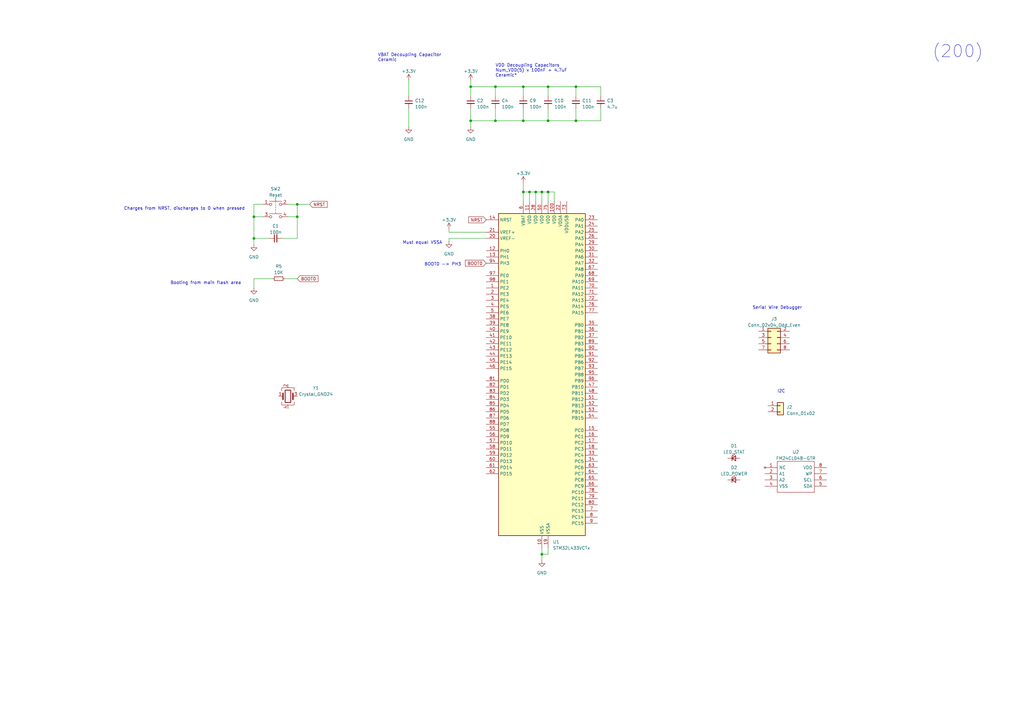
<source format=kicad_sch>
(kicad_sch (version 20230121) (generator eeschema)
  (paper "A3")
  (title_block (title "Microcontroller"))
  (lib_symbols
    (symbol "Connector_Generic:Conn_01x02" (pin_names (offset 1.016) hide)
      (property "Reference" "J" (at 0 2.54 0))
      (property "Value" "Conn_01x02" (at 0 -5.08 0))
      (symbol "Conn_01x02_1_1"
        (rectangle (start -1.27 -2.413) (end 0 -2.667) (stroke (width 0.1524)))
        (rectangle (start -1.27 0.127) (end 0 -0.127) (stroke (width 0.1524)))
        (rectangle (start -1.27 1.27) (end 1.27 -3.81) (stroke (width 0.254)) (fill (type background)))
        (pin passive line (at -5.08 0 0) (length 3.81) (name "Pin_1") (number "1"))
        (pin passive line (at -5.08 -2.54 0) (length 3.81) (name "Pin_2") (number "2"))
      )
    )
    (symbol "Connector_Generic:Conn_02x04_Odd_Even" (pin_names (offset 1.016) hide)
      (property "Reference" "J" (at 1.27 5.08 0))
      (property "Value" "Conn_02x04_Odd_Even" (at 1.27 -7.62 0))
      (symbol "Conn_02x04_Odd_Even_1_1"
        (rectangle (start -1.27 -4.953) (end 0 -5.207) (stroke (width 0.1524)))
        (rectangle (start -1.27 -2.413) (end 0 -2.667) (stroke (width 0.1524)))
        (rectangle (start -1.27 0.127) (end 0 -0.127) (stroke (width 0.1524)))
        (rectangle (start -1.27 2.667) (end 0 2.413) (stroke (width 0.1524)))
        (rectangle (start -1.27 3.81) (end 3.81 -6.35) (stroke (width 0.254)) (fill (type background)))
        (rectangle (start 3.81 -4.953) (end 2.54 -5.207) (stroke (width 0.1524)))
        (rectangle (start 3.81 -2.413) (end 2.54 -2.667) (stroke (width 0.1524)))
        (rectangle (start 3.81 0.127) (end 2.54 -0.127) (stroke (width 0.1524)))
        (rectangle (start 3.81 2.667) (end 2.54 2.413) (stroke (width 0.1524)))
        (pin passive line (at -5.08 2.54 0) (length 3.81) (name "Pin_1") (number "1"))
        (pin passive line (at 7.62 2.54 180) (length 3.81) (name "Pin_2") (number "2"))
        (pin passive line (at -5.08 0 0) (length 3.81) (name "Pin_3") (number "3"))
        (pin passive line (at 7.62 0 180) (length 3.81) (name "Pin_4") (number "4"))
        (pin passive line (at -5.08 -2.54 0) (length 3.81) (name "Pin_5") (number "5"))
        (pin passive line (at 7.62 -2.54 180) (length 3.81) (name "Pin_6") (number "6"))
        (pin passive line (at -5.08 -5.08 0) (length 3.81) (name "Pin_7") (number "7"))
        (pin passive line (at 7.62 -5.08 180) (length 3.81) (name "Pin_8") (number "8"))
      )
    )
    (symbol "Device:C_Small" (pin_numbers hide) (pin_names (offset 0.254) hide)
      (property "Reference" "C" (at 0.254 1.778 0))
      (property "Value" "C_Small" (at 0.254 -2.032 0))
      (symbol "C_Small_0_1"
        (polyline (pts (xy -1.524 -0.508) (xy 1.524 -0.508)) (stroke (width 0.3302)))
        (polyline (pts (xy -1.524 0.508) (xy 1.524 0.508)) (stroke (width 0.3048)))
      )
      (symbol "C_Small_1_1"
        (pin passive line (at 0 2.54 270) (length 2.032) (name "~") (number "1"))
        (pin passive line (at 0 -2.54 90) (length 2.032) (name "~") (number "2"))
      )
    )
    (symbol "Device:Crystal_GND24" (pin_names (offset 1.016) hide)
      (property "Reference" "Y" (at 3.175 5.08 0))
      (property "Value" "Crystal_GND24" (at 3.175 3.175 0))
      (symbol "Crystal_GND24_0_1"
        (rectangle (start -1.143 2.54) (end 1.143 -2.54) (stroke (width 0.3048)))
        (polyline (pts (xy -2.54 0) (xy -2.032 0)))
        (polyline (pts (xy -2.032 -1.27) (xy -2.032 1.27)) (stroke (width 0.508)))
        (polyline (pts (xy 0 -3.81) (xy 0 -3.556)))
        (polyline (pts (xy 0 3.556) (xy 0 3.81)))
        (polyline (pts (xy 2.032 -1.27) (xy 2.032 1.27)) (stroke (width 0.508)))
        (polyline (pts (xy 2.032 0) (xy 2.54 0)))
        (polyline (pts (xy -2.54 -2.286) (xy -2.54 -3.556) (xy 2.54 -3.556) (xy 2.54 -2.286)))
        (polyline (pts (xy -2.54 2.286) (xy -2.54 3.556) (xy 2.54 3.556) (xy 2.54 2.286)))
      )
      (symbol "Crystal_GND24_1_1"
        (pin passive line (at -3.81 0 0) (length 1.27) (name "1") (number "1"))
        (pin passive line (at 0 5.08 270) (length 1.27) (name "2") (number "2"))
        (pin passive line (at 3.81 0 180) (length 1.27) (name "3") (number "3"))
        (pin passive line (at 0 -5.08 90) (length 1.27) (name "4") (number "4"))
      )
    )
    (symbol "Device:LED_Small" (pin_numbers hide) (pin_names (offset 0.254) hide)
      (property "Reference" "D" (at -1.27 3.175 0))
      (property "Value" "LED_Small" (at -4.445 -2.54 0))
      (symbol "LED_Small_0_1"
        (polyline (pts (xy -0.762 -1.016) (xy -0.762 1.016)) (stroke (width 0.254)))
        (polyline (pts (xy 1.016 0) (xy -0.762 0)))
        (polyline (pts (xy 0.762 -1.016) (xy -0.762 0) (xy 0.762 1.016) (xy 0.762 -1.016)) (stroke (width 0.254)))
        (polyline (pts (xy 0 0.762) (xy -0.508 1.27) (xy -0.254 1.27) (xy -0.508 1.27) (xy -0.508 1.016)))
        (polyline (pts (xy 0.508 1.27) (xy 0 1.778) (xy 0.254 1.778) (xy 0 1.778) (xy 0 1.524)))
      )
      (symbol "LED_Small_1_1"
        (pin passive line (at -2.54 0 0) (length 1.778) (name "K") (number "1"))
        (pin passive line (at 2.54 0 180) (length 1.778) (name "A") (number "2"))
      )
    )
    (symbol "Device:R_Small" (pin_numbers hide) (pin_names (offset 0.254) hide)
      (property "Reference" "R" (at 0.762 0.508 0))
      (property "Value" "R_Small" (at 0.762 -1.016 0))
      (symbol "R_Small_0_1"
        (rectangle (start -0.762 1.778) (end 0.762 -1.778) (stroke (width 0.2032)))
      )
      (symbol "R_Small_1_1"
        (pin passive line (at 0 2.54 270) (length 0.762) (name "~") (number "1"))
        (pin passive line (at 0 -2.54 90) (length 0.762) (name "~") (number "2"))
      )
    )
    (symbol "MCU_ST_STM32L4:STM32L433VCTx"
      (property "Reference" "U" (at -17.78 67.31 0))
      (property "Value" "STM32L433VCTx" (at 12.7 67.31 0))
      (symbol "STM32L433VCTx_0_1"
        (rectangle (start -17.78 -66.04) (end 17.78 66.04) (stroke (width 0.254)) (fill (type background)))
      )
      (symbol "STM32L433VCTx_1_1"
        (pin bidirectional line (at -22.86 35.56 0) (length 5.08) (name "PE2") (number "1"))
        (pin power_in line (at 0 -71.12 90) (length 5.08) (name "VSS") (number "10"))
        (pin power_in line (at 5.08 71.12 270) (length 5.08) (name "VDD") (number "100"))
        (pin power_in line (at -5.08 71.12 270) (length 5.08) (name "VDD") (number "11"))
        (pin bidirectional line (at -22.86 50.8 0) (length 5.08) (name "PH0") (number "12"))
        (pin bidirectional line (at -22.86 48.26 0) (length 5.08) (name "PH1") (number "13"))
        (pin input line (at -22.86 63.5 0) (length 5.08) (name "NRST") (number "14"))
        (pin bidirectional line (at 22.86 -22.86 180) (length 5.08) (name "PC0") (number "15"))
        (pin bidirectional line (at 22.86 -25.4 180) (length 5.08) (name "PC1") (number "16"))
        (pin bidirectional line (at 22.86 -27.94 180) (length 5.08) (name "PC2") (number "17"))
        (pin bidirectional line (at 22.86 -30.48 180) (length 5.08) (name "PC3") (number "18"))
        (pin power_in line (at 2.54 -71.12 90) (length 5.08) (name "VSSA") (number "19"))
        (pin bidirectional line (at -22.86 33.02 0) (length 5.08) (name "PE3") (number "2"))
        (pin input line (at -22.86 55.88 0) (length 5.08) (name "VREF-") (number "20"))
        (pin input line (at -22.86 58.42 0) (length 5.08) (name "VREF+") (number "21"))
        (pin power_in line (at 7.62 71.12 270) (length 5.08) (name "VDDA") (number "22"))
        (pin bidirectional line (at 22.86 63.5 180) (length 5.08) (name "PA0") (number "23"))
        (pin bidirectional line (at 22.86 60.96 180) (length 5.08) (name "PA1") (number "24"))
        (pin bidirectional line (at 22.86 58.42 180) (length 5.08) (name "PA2") (number "25"))
        (pin bidirectional line (at 22.86 55.88 180) (length 5.08) (name "PA3") (number "26"))
        (pin passive line (at 0 -71.12 90) (length 5.08) hide (name "VSS") (number "27"))
        (pin power_in line (at -2.54 71.12 270) (length 5.08) (name "VDD") (number "28"))
        (pin bidirectional line (at 22.86 53.34 180) (length 5.08) (name "PA4") (number "29"))
        (pin bidirectional line (at -22.86 30.48 0) (length 5.08) (name "PE4") (number "3"))
        (pin bidirectional line (at 22.86 50.8 180) (length 5.08) (name "PA5") (number "30"))
        (pin bidirectional line (at 22.86 48.26 180) (length 5.08) (name "PA6") (number "31"))
        (pin bidirectional line (at 22.86 45.72 180) (length 5.08) (name "PA7") (number "32"))
        (pin bidirectional line (at 22.86 -33.02 180) (length 5.08) (name "PC4") (number "33"))
        (pin bidirectional line (at 22.86 -35.56 180) (length 5.08) (name "PC5") (number "34"))
        (pin bidirectional line (at 22.86 20.32 180) (length 5.08) (name "PB0") (number "35"))
        (pin bidirectional line (at 22.86 17.78 180) (length 5.08) (name "PB1") (number "36"))
        (pin bidirectional line (at 22.86 15.24 180) (length 5.08) (name "PB2") (number "37"))
        (pin bidirectional line (at -22.86 22.86 0) (length 5.08) (name "PE7") (number "38"))
        (pin bidirectional line (at -22.86 20.32 0) (length 5.08) (name "PE8") (number "39"))
        (pin bidirectional line (at -22.86 27.94 0) (length 5.08) (name "PE5") (number "4"))
        (pin bidirectional line (at -22.86 17.78 0) (length 5.08) (name "PE9") (number "40"))
        (pin bidirectional line (at -22.86 15.24 0) (length 5.08) (name "PE10") (number "41"))
        (pin bidirectional line (at -22.86 12.7 0) (length 5.08) (name "PE11") (number "42"))
        (pin bidirectional line (at -22.86 10.16 0) (length 5.08) (name "PE12") (number "43"))
        (pin bidirectional line (at -22.86 7.62 0) (length 5.08) (name "PE13") (number "44"))
        (pin bidirectional line (at -22.86 5.08 0) (length 5.08) (name "PE14") (number "45"))
        (pin bidirectional line (at -22.86 2.54 0) (length 5.08) (name "PE15") (number "46"))
        (pin bidirectional line (at 22.86 -5.08 180) (length 5.08) (name "PB10") (number "47"))
        (pin bidirectional line (at 22.86 -7.62 180) (length 5.08) (name "PB11") (number "48"))
        (pin passive line (at 0 -71.12 90) (length 5.08) hide (name "VSS") (number "49"))
        (pin bidirectional line (at -22.86 25.4 0) (length 5.08) (name "PE6") (number "5"))
        (pin power_in line (at 0 71.12 270) (length 5.08) (name "VDD") (number "50"))
        (pin bidirectional line (at 22.86 -10.16 180) (length 5.08) (name "PB12") (number "51"))
        (pin bidirectional line (at 22.86 -12.7 180) (length 5.08) (name "PB13") (number "52"))
        (pin bidirectional line (at 22.86 -15.24 180) (length 5.08) (name "PB14") (number "53"))
        (pin bidirectional line (at 22.86 -17.78 180) (length 5.08) (name "PB15") (number "54"))
        (pin bidirectional line (at -22.86 -22.86 0) (length 5.08) (name "PD8") (number "55"))
        (pin bidirectional line (at -22.86 -25.4 0) (length 5.08) (name "PD9") (number "56"))
        (pin bidirectional line (at -22.86 -27.94 0) (length 5.08) (name "PD10") (number "57"))
        (pin bidirectional line (at -22.86 -30.48 0) (length 5.08) (name "PD11") (number "58"))
        (pin bidirectional line (at -22.86 -33.02 0) (length 5.08) (name "PD12") (number "59"))
        (pin power_in line (at -7.62 71.12 270) (length 5.08) (name "VBAT") (number "6"))
        (pin bidirectional line (at -22.86 -35.56 0) (length 5.08) (name "PD13") (number "60"))
        (pin bidirectional line (at -22.86 -38.1 0) (length 5.08) (name "PD14") (number "61"))
        (pin bidirectional line (at -22.86 -40.64 0) (length 5.08) (name "PD15") (number "62"))
        (pin bidirectional line (at 22.86 -38.1 180) (length 5.08) (name "PC6") (number "63"))
        (pin bidirectional line (at 22.86 -40.64 180) (length 5.08) (name "PC7") (number "64"))
        (pin bidirectional line (at 22.86 -43.18 180) (length 5.08) (name "PC8") (number "65"))
        (pin bidirectional line (at 22.86 -45.72 180) (length 5.08) (name "PC9") (number "66"))
        (pin bidirectional line (at 22.86 43.18 180) (length 5.08) (name "PA8") (number "67"))
        (pin bidirectional line (at 22.86 40.64 180) (length 5.08) (name "PA9") (number "68"))
        (pin bidirectional line (at 22.86 38.1 180) (length 5.08) (name "PA10") (number "69"))
        (pin bidirectional line (at 22.86 -55.88 180) (length 5.08) (name "PC13") (number "7"))
        (pin bidirectional line (at 22.86 35.56 180) (length 5.08) (name "PA11") (number "70"))
        (pin bidirectional line (at 22.86 33.02 180) (length 5.08) (name "PA12") (number "71"))
        (pin bidirectional line (at 22.86 30.48 180) (length 5.08) (name "PA13") (number "72"))
        (pin power_in line (at 10.16 71.12 270) (length 5.08) (name "VDDUSB") (number "73"))
        (pin passive line (at 0 -71.12 90) (length 5.08) hide (name "VSS") (number "74"))
        (pin power_in line (at 2.54 71.12 270) (length 5.08) (name "VDD") (number "75"))
        (pin bidirectional line (at 22.86 27.94 180) (length 5.08) (name "PA14") (number "76"))
        (pin bidirectional line (at 22.86 25.4 180) (length 5.08) (name "PA15") (number "77"))
        (pin bidirectional line (at 22.86 -48.26 180) (length 5.08) (name "PC10") (number "78"))
        (pin bidirectional line (at 22.86 -50.8 180) (length 5.08) (name "PC11") (number "79"))
        (pin bidirectional line (at 22.86 -58.42 180) (length 5.08) (name "PC14") (number "8"))
        (pin bidirectional line (at 22.86 -53.34 180) (length 5.08) (name "PC12") (number "80"))
        (pin bidirectional line (at -22.86 -2.54 0) (length 5.08) (name "PD0") (number "81"))
        (pin bidirectional line (at -22.86 -5.08 0) (length 5.08) (name "PD1") (number "82"))
        (pin bidirectional line (at -22.86 -7.62 0) (length 5.08) (name "PD2") (number "83"))
        (pin bidirectional line (at -22.86 -10.16 0) (length 5.08) (name "PD3") (number "84"))
        (pin bidirectional line (at -22.86 -12.7 0) (length 5.08) (name "PD4") (number "85"))
        (pin bidirectional line (at -22.86 -15.24 0) (length 5.08) (name "PD5") (number "86"))
        (pin bidirectional line (at -22.86 -17.78 0) (length 5.08) (name "PD6") (number "87"))
        (pin bidirectional line (at -22.86 -20.32 0) (length 5.08) (name "PD7") (number "88"))
        (pin bidirectional line (at 22.86 12.7 180) (length 5.08) (name "PB3") (number "89"))
        (pin bidirectional line (at 22.86 -60.96 180) (length 5.08) (name "PC15") (number "9"))
        (pin bidirectional line (at 22.86 10.16 180) (length 5.08) (name "PB4") (number "90"))
        (pin bidirectional line (at 22.86 7.62 180) (length 5.08) (name "PB5") (number "91"))
        (pin bidirectional line (at 22.86 5.08 180) (length 5.08) (name "PB6") (number "92"))
        (pin bidirectional line (at 22.86 2.54 180) (length 5.08) (name "PB7") (number "93"))
        (pin bidirectional line (at -22.86 45.72 0) (length 5.08) (name "PH3") (number "94"))
        (pin bidirectional line (at 22.86 0 180) (length 5.08) (name "PB8") (number "95"))
        (pin bidirectional line (at 22.86 -2.54 180) (length 5.08) (name "PB9") (number "96"))
        (pin bidirectional line (at -22.86 40.64 0) (length 5.08) (name "PE0") (number "97"))
        (pin bidirectional line (at -22.86 38.1 0) (length 5.08) (name "PE1") (number "98"))
        (pin passive line (at 0 -71.12 90) (length 5.08) hide (name "VSS") (number "99"))
      )
    )
    (symbol "SamacSys_Parts:FM24CL04B-GTR" (pin_names (offset 0.762))
      (property "Reference" "U" (at 21.59 7.62 0))
      (property "Value" "FM24CL04B-GTR" (at 21.59 5.08 0))
      (symbol "FM24CL04B-GTR_0_0"
        (pin no_connect line (at 0 0 0) (length 5.08) (name "NC") (number "1"))
        (pin passive line (at 0 -2.54 0) (length 5.08) (name "A1") (number "2"))
        (pin passive line (at 0 -5.08 0) (length 5.08) (name "A2") (number "3"))
        (pin passive line (at 0 -7.62 0) (length 5.08) (name "VSS") (number "4"))
        (pin passive line (at 25.4 -7.62 180) (length 5.08) (name "SDA") (number "5"))
        (pin passive line (at 25.4 -5.08 180) (length 5.08) (name "SCL") (number "6"))
        (pin passive line (at 25.4 -2.54 180) (length 5.08) (name "WP") (number "7"))
        (pin passive line (at 25.4 0 180) (length 5.08) (name "VDD") (number "8"))
      )
      (symbol "FM24CL04B-GTR_0_1"
        (polyline (pts (xy 5.08 2.54) (xy 20.32 2.54) (xy 20.32 -10.16) (xy 5.08 -10.16) (xy 5.08 2.54)) (stroke (width 0.1524)))
      )
    )
    (symbol "Switch:SW_Push_Dual" (pin_names (offset 1.016) hide)
      (property "Reference" "SW" (at 1.27 2.54 0))
      (property "Value" "SW_Push_Dual" (at 0 -6.858 0))
      (symbol "SW_Push_Dual_0_1"
        (circle (center -2.032 -5.08) (radius 0.508))
        (circle (center -2.032 0) (radius 0.508))
        (polyline (pts (xy 0 -3.048) (xy 0 -3.556)))
        (polyline (pts (xy 0 -2.032) (xy 0 -2.54)))
        (polyline (pts (xy 0 -1.524) (xy 0 -1.016)))
        (polyline (pts (xy 0 -0.508) (xy 0 0)))
        (polyline (pts (xy 0 0.508) (xy 0 1.016)))
        (polyline (pts (xy 0 1.27) (xy 0 3.048)))
        (polyline (pts (xy 2.54 -3.81) (xy -2.54 -3.81)))
        (polyline (pts (xy 2.54 1.27) (xy -2.54 1.27)))
        (circle (center 2.032 -5.08) (radius 0.508))
        (circle (center 2.032 0) (radius 0.508))
        (pin passive line (at -5.08 0 0) (length 2.54) (name "1") (number "1"))
        (pin passive line (at 5.08 0 180) (length 2.54) (name "2") (number "2"))
        (pin passive line (at -5.08 -5.08 0) (length 2.54) (name "3") (number "3"))
        (pin passive line (at 5.08 -5.08 180) (length 2.54) (name "4") (number "4"))
      )
    )
    (symbol "power:+3.3V" (power) (pin_names (offset 0))
      (property "Value" "+3.3V" (at 0 3.556 0))
      (symbol "+3.3V_0_1"
        (polyline (pts (xy -0.762 1.27) (xy 0 2.54)))
        (polyline (pts (xy 0 0) (xy 0 2.54)))
        (polyline (pts (xy 0 2.54) (xy 0.762 1.27)))
      )
      (symbol "+3.3V_1_1"
        (pin power_in line (at 0 0 90) (length 0) hide (name "+3.3V") (number "1"))
      )
    )
    (symbol "power:GND" (power) (pin_names (offset 0))
      (property "Value" "GND" (at 0 -3.81 0))
      (symbol "GND_0_1"
        (polyline (pts (xy 0 0) (xy 0 -1.27) (xy 1.27 -1.27) (xy 0 -2.54) (xy -1.27 -1.27) (xy 0 -1.27)))
      )
      (symbol "GND_1_1"
        (pin power_in line (at 0 0 270) (length 0) hide (name "GND") (number "1"))
      )
    )
  )
  (junction (at 236.22 49.53))
  (junction (at 222.25 227.33))
  (junction (at 236.22 35.56))
  (junction (at 224.79 49.53))
  (junction (at 219.71 78.74))
  (junction (at 193.04 49.53))
  (junction (at 203.2 35.56))
  (junction (at 214.63 78.74))
  (junction (at 214.63 49.53))
  (junction (at 217.17 78.74))
  (junction (at 193.04 35.56))
  (junction (at 121.92 83.82))
  (junction (at 203.2 49.53))
  (junction (at 104.14 97.79))
  (junction (at 121.92 88.9))
  (junction (at 104.14 88.9))
  (junction (at 224.79 35.56))
  (junction (at 224.79 78.74))
  (junction (at 222.25 78.74))
  (junction (at 214.63 35.56))
  (wire (pts (xy 222.25 78.74) (xy 219.71 78.74)))
  (wire (pts (xy 224.79 49.53) (xy 214.63 49.53)))
  (wire (pts (xy 104.14 114.3) (xy 111.76 114.3)))
  (wire (pts (xy 121.92 114.3) (xy 116.84 114.3)))
  (wire (pts (xy 246.38 49.53) (xy 236.22 49.53)))
  (wire (pts (xy 219.71 78.74) (xy 217.17 78.74)))
  (wire (pts (xy 224.79 39.37) (xy 224.79 35.56)))
  (wire (pts (xy 214.63 39.37) (xy 214.63 35.56)))
  (wire (pts (xy 227.33 82.55) (xy 227.33 78.74)))
  (wire (pts (xy 121.92 83.82) (xy 121.92 88.9)))
  (wire (pts (xy 104.14 88.9) (xy 104.14 83.82)))
  (wire (pts (xy 224.79 44.45) (xy 224.79 49.53)))
  (wire (pts (xy 184.15 97.79) (xy 184.15 99.06)))
  (wire (pts (xy 104.14 118.11) (xy 104.14 114.3)))
  (wire (pts (xy 203.2 49.53) (xy 193.04 49.53)))
  (wire (pts (xy 121.92 88.9) (xy 118.11 88.9)))
  (wire (pts (xy 214.63 44.45) (xy 214.63 49.53)))
  (wire (pts (xy 222.25 227.33) (xy 222.25 224.79)))
  (wire (pts (xy 184.15 95.25) (xy 199.39 95.25)))
  (wire (pts (xy 224.79 35.56) (xy 214.63 35.56)))
  (wire (pts (xy 222.25 82.55) (xy 222.25 78.74)))
  (wire (pts (xy 193.04 35.56) (xy 193.04 33.02)))
  (wire (pts (xy 222.25 229.87) (xy 222.25 227.33)))
  (wire (pts (xy 236.22 44.45) (xy 236.22 49.53)))
  (wire (pts (xy 167.64 33.02) (xy 167.64 39.37)))
  (wire (pts (xy 214.63 49.53) (xy 203.2 49.53)))
  (wire (pts (xy 115.57 97.79) (xy 121.92 97.79)))
  (wire (pts (xy 214.63 78.74) (xy 217.17 78.74)))
  (wire (pts (xy 203.2 35.56) (xy 193.04 35.56)))
  (wire (pts (xy 224.79 227.33) (xy 222.25 227.33)))
  (wire (pts (xy 167.64 44.45) (xy 167.64 52.07)))
  (wire (pts (xy 193.04 39.37) (xy 193.04 35.56)))
  (wire (pts (xy 121.92 83.82) (xy 127 83.82)))
  (wire (pts (xy 227.33 78.74) (xy 224.79 78.74)))
  (wire (pts (xy 214.63 78.74) (xy 214.63 82.55)))
  (wire (pts (xy 246.38 44.45) (xy 246.38 49.53)))
  (wire (pts (xy 246.38 35.56) (xy 236.22 35.56)))
  (wire (pts (xy 184.15 93.98) (xy 184.15 95.25)))
  (wire (pts (xy 193.04 44.45) (xy 193.04 49.53)))
  (wire (pts (xy 110.49 97.79) (xy 104.14 97.79)))
  (wire (pts (xy 104.14 97.79) (xy 104.14 88.9)))
  (wire (pts (xy 217.17 78.74) (xy 217.17 82.55)))
  (wire (pts (xy 214.63 35.56) (xy 203.2 35.56)))
  (wire (pts (xy 203.2 44.45) (xy 203.2 49.53)))
  (wire (pts (xy 219.71 82.55) (xy 219.71 78.74)))
  (wire (pts (xy 236.22 39.37) (xy 236.22 35.56)))
  (wire (pts (xy 104.14 83.82) (xy 107.95 83.82)))
  (wire (pts (xy 236.22 49.53) (xy 224.79 49.53)))
  (wire (pts (xy 199.39 97.79) (xy 184.15 97.79)))
  (wire (pts (xy 104.14 88.9) (xy 107.95 88.9)))
  (wire (pts (xy 104.14 100.33) (xy 104.14 97.79)))
  (wire (pts (xy 193.04 49.53) (xy 193.04 52.07)))
  (wire (pts (xy 224.79 78.74) (xy 222.25 78.74)))
  (wire (pts (xy 118.11 83.82) (xy 121.92 83.82)))
  (wire (pts (xy 224.79 82.55) (xy 224.79 78.74)))
  (wire (pts (xy 236.22 35.56) (xy 224.79 35.56)))
  (wire (pts (xy 214.63 74.93) (xy 214.63 78.74)))
  (wire (pts (xy 203.2 39.37) (xy 203.2 35.56)))
  (wire (pts (xy 246.38 39.37) (xy 246.38 35.56)))
  (wire (pts (xy 121.92 97.79) (xy 121.92 88.9)))
  (wire (pts (xy 224.79 224.79) (xy 224.79 227.33)))
  (text "Must equal VSSA" (at 165.1 100.33 0) (effects (font (size 1.27 1.27)) (justify left bottom)))
  (text "(200)" (at 382.27 24.13 0) (effects (font (size 5 5)) (justify left bottom)))
  (text "Booting from main flash area" (at 69.85 116.84 0) (effects (font (size 1.27 1.27)) (justify left bottom)))
  (text "I2C" (at 318.77 161.29 0) (effects (font (size 1.27 1.27)) (justify left bottom)))
  (text "Charges from NRST, discharges to 0 when pressed" (at 50.8 86.36 0) (effects (font (size 1.27 1.27)) (justify left bottom)))
  (text "VDD Decoupling Capacitors\nNum_VDD(5) x 100nF + 4.7uF\nCeramic*" (at 203.2 31.75 0) (effects (font (size 1.27 1.27)) (justify left bottom)))
  (text "Serial Wire Debugger" (at 308.61 127 0) (effects (font (size 1.27 1.27)) (justify left bottom)))
  (text "VBAT Decoupling Capacitor\nCeramic" (at 154.94 25.4 0) (effects (font (size 1.27 1.27)) (justify left bottom)))
  (text "BOOT0 -> PH3" (at 173.99 109.22 0) (effects (font (size 1.27 1.27)) (justify left bottom)))
  (global_label "BOOT0" (shape input) (at 199.39 107.95 180) (property "Intersheetrefs" "${INTERSHEET_REFS}" (effects hide)))
  (global_label "NRST" (shape input) (at 127 83.82 0) (property "Intersheetrefs" "${INTERSHEET_REFS}" (effects hide)))
  (global_label "NRST" (shape input) (at 199.39 90.17 180) (property "Intersheetrefs" "${INTERSHEET_REFS}" (effects hide)))
  (global_label "BOOT0" (shape input) (at 121.92 114.3 0) (property "Intersheetrefs" "${INTERSHEET_REFS}" (effects hide)))
  (symbol (lib_id "Device:C_Small") (at 113.03 97.79 90) (unit 1)
    (property "Reference" "C1" (at 113.0363 92.71 90))
    (property "Value" "100n" (at 113.0363 95.25 90))
  )
  (symbol (lib_id "power:+3.3V") (at 193.04 33.02 0) (unit 1)
    (property "Reference" "#PWR02" (effects hide))
    (property "Value" "+3.3V" (at 193.04 29.21 0))
  )
  (symbol (lib_id "MCU_ST_STM32L4:STM32L433VCTx") (at 222.25 153.67 0) (unit 1)
    (property "Reference" "U1" (at 226.7459 222.25 0) (effects (justify left)))
    (property "Value" "STM32L433VCTx" (at 226.7459 224.79 0) (effects (justify left)))
    (property "Footprint" "Package_QFP:LQFP-100_14x14mm_P0.5mm" (effects hide))
    (property "Datasheet" "https://www.st.com/resource/en/datasheet/stm32l433vc.pdf" (effects hide))
  )
  (symbol (lib_id "Device:C_Small") (at 224.79 41.91 0) (unit 1)
    (property "Reference" "C10" (at 227.33 41.2813 0) (effects (justify left)))
    (property "Value" "100n" (at 227.33 43.8213 0) (effects (justify left)))
  )
  (symbol (lib_id "Device:Crystal_GND24") (at 118.11 162.56 0) (unit 1)
    (property "Reference" "Y1" (at 129.54 159.1311 0))
    (property "Value" "Crystal_GND24" (at 129.54 161.6711 0))
  )
  (symbol (lib_id "power:GND") (at 222.25 229.87 0) (unit 1)
    (property "Reference" "#PWR03" (effects hide))
    (property "Value" "GND" (at 222.25 234.95 0))
  )
  (symbol (lib_id "Device:C_Small") (at 236.22 41.91 0) (unit 1)
    (property "Reference" "C11" (at 238.76 41.2813 0) (effects (justify left)))
    (property "Value" "100n" (at 238.76 43.8213 0) (effects (justify left)))
  )
  (symbol (lib_id "Connector_Generic:Conn_01x02") (at 320.04 166.37 0) (unit 1)
    (property "Reference" "J2" (at 322.58 167.005 0) (effects (justify left)))
    (property "Value" "Conn_01x02" (at 322.58 169.545 0) (effects (justify left)))
  )
  (symbol (lib_id "Device:C_Small") (at 167.64 41.91 0) (unit 1)
    (property "Reference" "C12" (at 170.18 41.2813 0) (effects (justify left)))
    (property "Value" "100n" (at 170.18 43.8213 0) (effects (justify left)))
  )
  (symbol (lib_id "SamacSys_Parts:FM24CL04B-GTR") (at 313.69 191.77 0) (unit 1)
    (property "Reference" "U2" (at 326.39 185.42 0))
    (property "Value" "FM24CL04B-GTR" (at 326.39 187.96 0))
    (property "Footprint" "SOIC127P602X173-8N" (effects hide))
    (property "Datasheet" "https://componentsearchengine.com/Datasheets/2/FM24CL04B-GTR.pdf" (effects hide))
    (property "Description" "CYPRESS SEMICONDUCTOR - FM24CL04B-GTR - F-RAM, NV, 4KBIT, 1MHZ, SOIC-8" (effects hide))
    (property "Height" "1.727" (effects hide))
    (property "Manufacturer_Name" "Cypress Semiconductor" (effects hide))
    (property "Manufacturer_Part_Number" "FM24CL04B-GTR" (effects hide))
    (property "Mouser Part Number" "877-FM24CL04B-GTR" (effects hide))
    (property "Mouser Price/Stock" "https://www.mouser.co.uk/ProductDetail/Cypress-Semiconductor/FM24CL04B-GTR?qs=pA5MXup5wxFM%2F335y%252BPatg%3D%3D" (effects hide))
    (property "Arrow Part Number" "FM24CL04B-GTR" (effects hide))
    (property "Arrow Price/Stock" "https://www.arrow.com/en/products/fm24cl04b-gtr/cypress-semiconductor" (effects hide))
  )
  (symbol (lib_id "Device:C_Small") (at 214.63 41.91 0) (unit 1)
    (property "Reference" "C9" (at 217.17 41.2813 0) (effects (justify left)))
    (property "Value" "100n" (at 217.17 43.8213 0) (effects (justify left)))
  )
  (symbol (lib_id "Device:C_Small") (at 193.04 41.91 0) (unit 1)
    (property "Reference" "C2" (at 195.58 41.2813 0) (effects (justify left)))
    (property "Value" "100n" (at 195.58 43.8213 0) (effects (justify left)))
  )
  (symbol (lib_id "Device:C_Small") (at 246.38 41.91 0) (unit 1)
    (property "Reference" "C3" (at 248.92 41.2813 0) (effects (justify left)))
    (property "Value" "4.7u" (at 248.92 43.8213 0) (effects (justify left)))
  )
  (symbol (lib_id "power:GND") (at 184.15 99.06 0) (unit 1)
    (property "Reference" "#PWR05" (effects hide))
    (property "Value" "GND" (at 184.15 104.14 0))
  )
  (symbol (lib_id "power:+3.3V") (at 184.15 93.98 0) (unit 1)
    (property "Reference" "#PWR04" (effects hide))
    (property "Value" "+3.3V" (at 184.15 90.17 0))
  )
  (symbol (lib_id "power:GND") (at 193.04 52.07 0) (unit 1)
    (property "Reference" "#PWR08" (effects hide))
    (property "Value" "GND" (at 193.04 57.15 0))
  )
  (symbol (lib_id "Device:LED_Small") (at 300.99 196.85 0) (unit 1)
    (property "Reference" "D2" (at 301.0535 191.77 0))
    (property "Value" "LED_POWER" (at 301.0535 194.31 0))
  )
  (symbol (lib_id "power:GND") (at 167.64 52.07 0) (unit 1)
    (property "Reference" "#PWR011" (effects hide))
    (property "Value" "GND" (at 167.64 57.15 0))
  )
  (symbol (lib_id "Switch:SW_Push_Dual") (at 113.03 83.82 0) (unit 1)
    (property "Reference" "SW2" (at 113.03 77.47 0))
    (property "Value" "Reset" (at 113.03 80.01 0))
  )
  (symbol (lib_id "power:+3.3V") (at 214.63 74.93 0) (unit 1)
    (property "Reference" "#PWR09" (effects hide))
    (property "Value" "+3.3V" (at 214.63 71.12 0))
  )
  (symbol (lib_id "power:GND") (at 104.14 100.33 0) (unit 1)
    (property "Reference" "#PWR06" (effects hide))
    (property "Value" "GND" (at 104.14 105.41 0))
  )
  (symbol (lib_id "power:GND") (at 104.14 118.11 0) (unit 1)
    (property "Reference" "#PWR07" (effects hide))
    (property "Value" "GND" (at 104.14 123.19 0))
  )
  (symbol (lib_id "power:+3.3V") (at 167.64 33.02 0) (unit 1)
    (property "Reference" "#PWR010" (effects hide))
    (property "Value" "+3.3V" (at 167.64 29.21 0))
  )
  (symbol (lib_id "Connector_Generic:Conn_02x04_Odd_Even") (at 316.23 138.43 0) (unit 1)
    (property "Reference" "J3" (at 317.5 130.81 0))
    (property "Value" "Conn_02x04_Odd_Even" (at 317.5 133.35 0))
    (instances (project "light_monitor_hw" (path "" (reference "J3") (unit 1)) (path "" (reference "J1") (unit 1))))
  )
  (symbol (lib_id "Device:C_Small") (at 203.2 41.91 0) (unit 1)
    (property "Reference" "C4" (at 205.74 41.2813 0) (effects (justify left)))
    (property "Value" "100n" (at 205.74 43.8213 0) (effects (justify left)))
  )
  (symbol (lib_id "Device:LED_Small") (at 300.99 187.96 0) (unit 1)
    (property "Reference" "D1" (at 301.0535 182.88 0))
    (property "Value" "LED_STAT" (at 301.0535 185.42 0))
  )
  (symbol (lib_id "Device:R_Small") (at 114.3 114.3 90) (unit 1)
    (property "Reference" "R5" (at 114.3 109.22 90))
    (property "Value" "10K" (at 114.3 111.76 90))
  )
)
</source>
